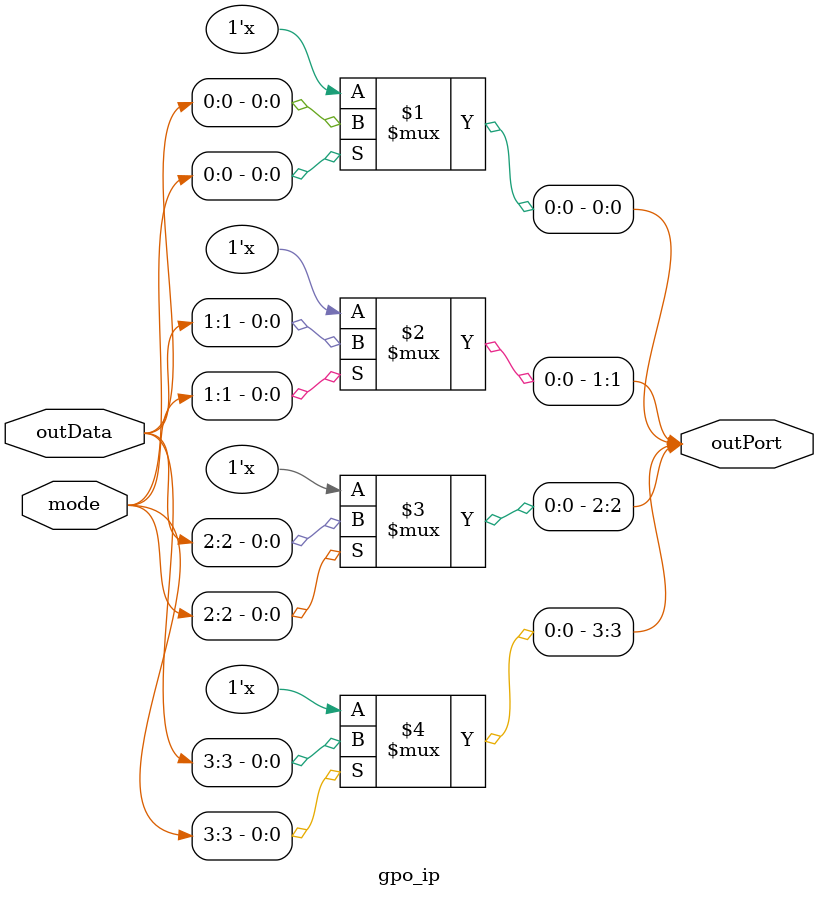
<source format=sv>
`timescale 1ns / 1ps

module gpo (
    // global signal
    input  logic        PCLK,
    input  logic        PRESET,
    // apb bus 
    input  logic [ 2:0] PADDR,
    input  logic        PWRITE,
    input  logic        PSEL,
    input  logic        PENABLE,
    input  logic [31:0] PWDATA,
    output logic [31:0] PRDATA,
    output logic        PREADY,
    // port
    output logic [ 3:0] outPort
);

    logic [3:0] mode;
    logic [3:0] outData;

    APB_Intf U_APB_INTF (
        // global signal
        .pclk   (PCLK),
        .preset (PRESET),
        // apb bus 
        .paddr  (PADDR),
        .pwrite (PWRITE),
        .psel   (PSEL),
        .penable(PENABLE),
        .pwdata (PWDATA),
        .prdata (PRDATA),
        .pready (PREADY),
        // port
        .mode   (mode),
        .outData(outData)
    );

    gpo_ip U_GPO_IP (
        .mode   (mode),
        .outData(outData),
        .outPort(outPort)
    );
endmodule

/*
module APB_Intf (
    // global signal
    input  logic        pclk,
    input  logic        preset,
    // apb bus 
    input  logic [ 2:0] paddr,
    input  logic        pwrite,
    input  logic        psel,
    input  logic        penable,
    input  logic [31:0] pwdata,
    output logic [31:0] prdata,
    output logic        pready,
    // port
    output logic [ 3:0] mode,
    output logic [ 3:0] outData
);
    typedef enum {
        IDLE,
        WRITE,
        READ
    } state_e;

    logic [31:0] MODER_reg, MODER_next;  // offset 0x00
    logic [31:0] ODR_reg, ODR_next;  // offset 0x04
    logic [31:0] prdata_reg, prdata_next;
    logic pready_reg, pready_next;

    state_e state, state_next;

    assign mode = MODER_reg[3:0];
    assign outData = ODR_reg[3:0];
    assign prdata = prdata_reg;
    assign pready = pready_reg;

    always_ff @(posedge pclk, posedge preset) begin
        if (preset) begin
            state      <= IDLE;
            MODER_reg  <= 0;
            ODR_reg    <= 0;
            prdata_reg <= 0;
            pready_reg <= 0;
        end else begin
            state      <= state_next;
            MODER_reg  <= MODER_next;
            ODR_reg    <= ODR_next;
            prdata_reg <= prdata_next;
            pready_reg <= pready_next;
        end
    end

    // next state combinational logic
    always_comb begin
        state_next = state;
        case (state)
            IDLE: begin
                if (psel & pwrite) state_next = WRITE;
                else if (psel & !pwrite) state_next = READ;
            end
            WRITE: begin
                if (psel & penable & pready) state_next = IDLE;
            end
            READ: begin
                if (psel & penable & pready) state_next = IDLE;
            end
            default: state_next = state;
        endcase
    end

    // output combinational logic
    always_comb begin
        MODER_next  = MODER_reg;
        ODR_next    = ODR_reg;
        prdata_next = prdata_reg;
        pready_next = pready_reg;
        case (state)
            IDLE: begin
                pready_next = 1'b0;
            end
            WRITE: begin
                //pready = 1'b0;
                pready_next = 1'b0;
                if (penable) begin
                    //pready = 1'b1;
                    pready_next = 1'b1;
                    case (paddr[2])
                        1'b0: MODER_next = pwdata;
                        1'b1: ODR_next = pwdata;
                    endcase
                end
            end
            READ: begin
                pready_next = 1'b0;
                if (penable) begin
                    pready_next = 1'b1;
                    case (paddr[2])
                        1'b0: prdata_next = MODER_reg;
                        1'b1: prdata_next = ODR_reg;
                    endcase
                end
            end
        endcase
    end
endmodule
*/

module APB_Intf (
    // global signal
    input  logic        pclk,
    input  logic        preset,
    // apb bus 
    input  logic [ 2:0] paddr,
    input  logic        pwrite,
    input  logic        psel,
    input  logic        penable,
    input  logic [31:0] pwdata,
    output logic [31:0] prdata,
    output logic        pready,
    // port
    output logic [ 3:0] mode,
    output logic [ 3:0] outData
);

    logic [31:0] MODER;
    logic [31:0] ODR;

    assign mode = MODER;
    assign outData = ODR;

    always_ff @(posedge pclk) begin
        if (psel & pwrite & penable) begin
            case (paddr[2])
                1'b0: MODER <= pwdata;
                1'b1: ODR <= pwdata;
            endcase
        end
    end

    always_ff @(posedge pclk) begin
        if (psel & !pwrite & penable) begin
            case (paddr[2])
                1'b0: prdata <= MODER;  
                1'b1: prdata <= ODR;
            endcase
        end
    end

    always_ff @(posedge pclk) begin
        if (psel & penable) pready <= 1'b1;
        else pready <= 1'b0;
    end
endmodule

module gpo_ip (
    input  logic [3:0] mode,
    input  logic [3:0] outData,
    output logic [3:0] outPort
);
    //assign outPort[0] = mode[0] ? outData[0] : 1'bz;

    genvar i;
    generate
        for (i = 0; i < 4; i++) begin
            assign outPort[i] = mode[i] ? outData[i] : 1'bz;
        end
    endgenerate
endmodule

</source>
